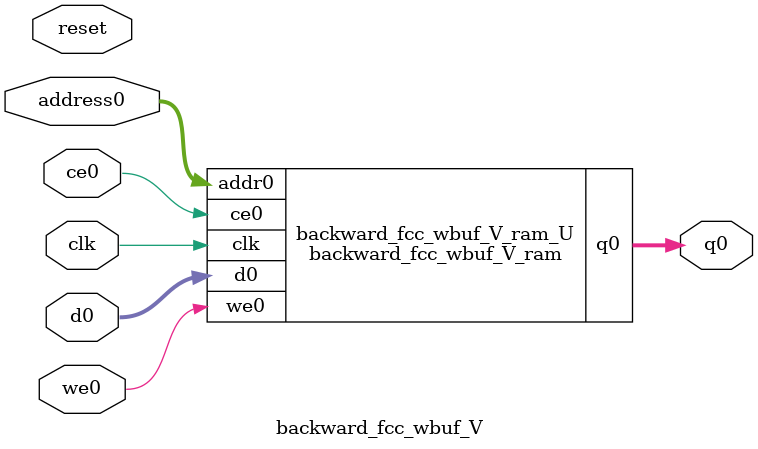
<source format=v>
`timescale 1 ns / 1 ps
module backward_fcc_wbuf_V_ram (addr0, ce0, d0, we0, q0,  clk);

parameter DWIDTH = 16;
parameter AWIDTH = 14;
parameter MEM_SIZE = 10000;

input[AWIDTH-1:0] addr0;
input ce0;
input[DWIDTH-1:0] d0;
input we0;
output reg[DWIDTH-1:0] q0;
input clk;

reg [DWIDTH-1:0] ram[0:MEM_SIZE-1];




always @(posedge clk)  
begin 
    if (ce0) begin
        if (we0) 
            ram[addr0] <= d0; 
        q0 <= ram[addr0];
    end
end


endmodule

`timescale 1 ns / 1 ps
module backward_fcc_wbuf_V(
    reset,
    clk,
    address0,
    ce0,
    we0,
    d0,
    q0);

parameter DataWidth = 32'd16;
parameter AddressRange = 32'd10000;
parameter AddressWidth = 32'd14;
input reset;
input clk;
input[AddressWidth - 1:0] address0;
input ce0;
input we0;
input[DataWidth - 1:0] d0;
output[DataWidth - 1:0] q0;



backward_fcc_wbuf_V_ram backward_fcc_wbuf_V_ram_U(
    .clk( clk ),
    .addr0( address0 ),
    .ce0( ce0 ),
    .we0( we0 ),
    .d0( d0 ),
    .q0( q0 ));

endmodule


</source>
